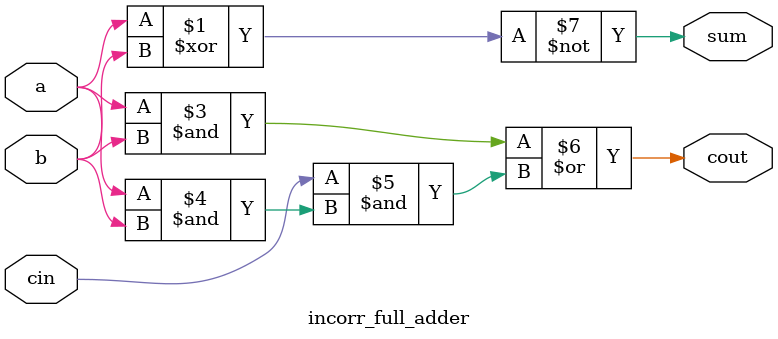
<source format=v>
module incorr_full_adder(a,b,cin,sum,cout);
input a,b,cin;
output sum,cout;
assign sum = a^b^1'b1;
assign cout = a&b|cin&(a&b); 
// initial begin
//     $display("The incorrect adder with xor1 having in2/1");
// end   
endmodule
</source>
